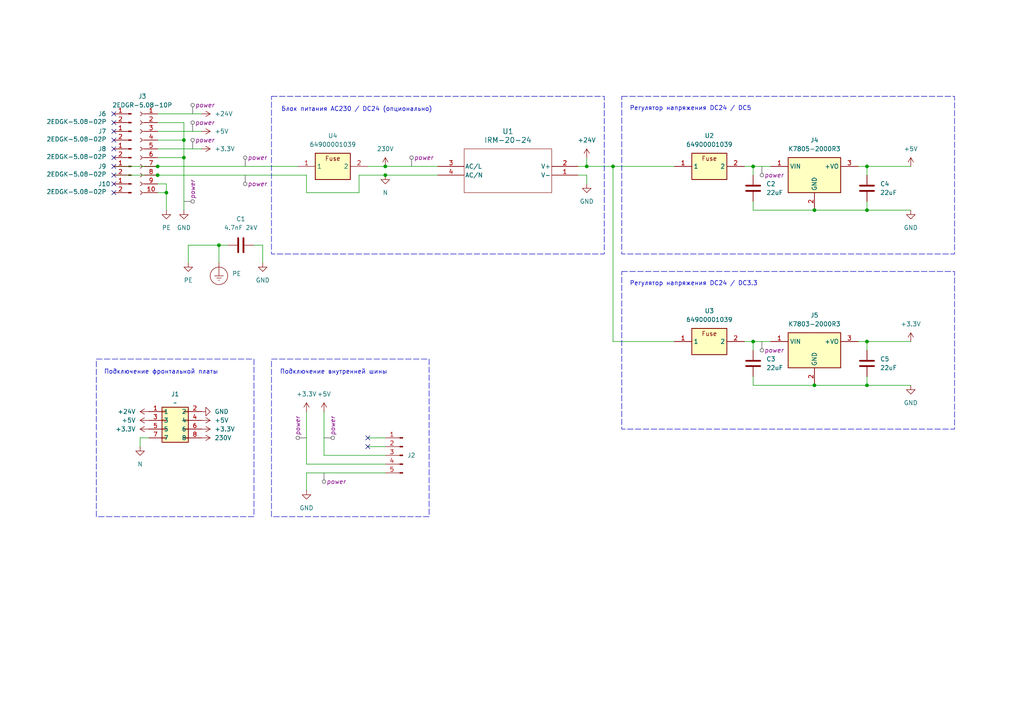
<source format=kicad_sch>
(kicad_sch (version 20231120) (generator "eeschema") (generator_version "8.0")
  (paper "A4")
  (title_block (title "${article} v${version}"))
  (lib_symbols
    (symbol "Mechanical:MountingHole" (pin_names (offset 1.016)) (exclude_from_sim yes) (in_bom no)
      (property "Reference" "H" (at 0 5.08 0))
      (property "Value" "MountingHole" (at 0 3.175 0))
      (symbol "MountingHole_0_1"
        (circle (center 0 0) (radius 1.27) (stroke (width 1.27)))
      )
    )
    (symbol "kicad_inventree_lib:C_22uF_50V_2220" (pin_numbers hide) (pin_names (offset 0.254))
      (property "Reference" "C" (at 0.635 2.54 0))
      (property "Value" "22uF" (at 0.635 -2.54 0))
      (symbol "C_22uF_50V_2220_0_1"
        (polyline (pts (xy -2.032 -0.762) (xy 2.032 -0.762)) (stroke (width 0.508)))
        (polyline (pts (xy -2.032 0.762) (xy 2.032 0.762)) (stroke (width 0.508)))
      )
      (symbol "C_22uF_50V_2220_1_1"
        (pin passive line (at 0 3.81 270) (length 2.794) (name "~") (number "1"))
        (pin passive line (at 0 -3.81 90) (length 2.794) (name "~") (number "2"))
      )
    )
    (symbol "kicad_inventree_lib:C_4.7nF_2kV_1812" (pin_numbers hide) (pin_names (offset 0.254))
      (property "Reference" "C" (at 0.635 2.54 0))
      (property "Value" "4.7nF 2kV" (at 0.635 -2.54 0))
      (symbol "C_4.7nF_2kV_1812_0_1"
        (polyline (pts (xy -2.032 -0.762) (xy 2.032 -0.762)) (stroke (width 0.508)))
        (polyline (pts (xy -2.032 0.762) (xy 2.032 0.762)) (stroke (width 0.508)))
      )
      (symbol "C_4.7nF_2kV_1812_1_1"
        (pin passive line (at 0 3.81 270) (length 2.794) (name "~") (number "1"))
        (pin passive line (at 0 -3.81 90) (length 2.794) (name "~") (number "2"))
      )
    )
    (symbol "kicad_inventree_lib:Degson_2EDGK-5.08-02P" (pin_names (offset 1.016) hide) (on_board no)
      (property "Reference" "J" (at 0 2.54 0))
      (property "Value" "2EDGK-5.08-02P" (at 0 -5.08 0))
      (symbol "Degson_2EDGK-5.08-02P_1_1"
        (rectangle (start -4.2164 -2.413) (end -5.08 -2.667) (stroke (width 0.1524)) (fill (type outline)))
        (rectangle (start -4.2164 0.127) (end -5.08 -0.127) (stroke (width 0.1524)) (fill (type outline)))
        (polyline (pts (xy -3.81 -2.54) (xy -4.2164 -2.54)) (stroke (width 0.1524)))
        (polyline (pts (xy -3.81 0) (xy -4.2164 0)) (stroke (width 0.1524)))
        (pin passive line (at 0 0 180) (length 3.81) (name "Pin_1") (number "1"))
        (pin passive line (at 0 -2.54 180) (length 3.81) (name "Pin_2") (number "2"))
      )
    )
    (symbol "kicad_inventree_lib:Degson_2EDGR-5.08-10P" (pin_names (offset 1.016) hide)
      (property "Reference" "J" (at 0 2.54 0))
      (property "Value" "2EDGR-5.08-10P" (at -2.794 -26.162 0))
      (symbol "Degson_2EDGR-5.08-10P_1_1"
        (arc (start 0 -22.352) (mid -0.5058 -22.86) (end 0 -23.368) (stroke (width 0.1524)))
        (arc (start 0 -19.812) (mid -0.5058 -20.32) (end 0 -20.828) (stroke (width 0.1524)))
        (arc (start 0 -17.272) (mid -0.5058 -17.78) (end 0 -18.288) (stroke (width 0.1524)))
        (arc (start 0 -14.732) (mid -0.5058 -15.24) (end 0 -15.748) (stroke (width 0.1524)))
        (arc (start 0 -12.192) (mid -0.5058 -12.7) (end 0 -13.208) (stroke (width 0.1524)))
        (arc (start 0 -9.652) (mid -0.5058 -10.16) (end 0 -10.668) (stroke (width 0.1524)))
        (arc (start 0 -7.112) (mid -0.5058 -7.62) (end 0 -8.128) (stroke (width 0.1524)))
        (arc (start 0 -4.572) (mid -0.5058 -5.08) (end 0 -5.588) (stroke (width 0.1524)))
        (arc (start 0 -2.032) (mid -0.5058 -2.54) (end 0 -3.048) (stroke (width 0.1524)))
        (polyline (pts (xy -1.27 -22.86) (xy -0.508 -22.86)) (stroke (width 0.1524)))
        (polyline (pts (xy -1.27 -20.32) (xy -0.508 -20.32)) (stroke (width 0.1524)))
        (polyline (pts (xy -1.27 -17.78) (xy -0.508 -17.78)) (stroke (width 0.1524)))
        (polyline (pts (xy -1.27 -15.24) (xy -0.508 -15.24)) (stroke (width 0.1524)))
        (polyline (pts (xy -1.27 -12.7) (xy -0.508 -12.7)) (stroke (width 0.1524)))
        (polyline (pts (xy -1.27 -10.16) (xy -0.508 -10.16)) (stroke (width 0.1524)))
        (polyline (pts (xy -1.27 -7.62) (xy -0.508 -7.62)) (stroke (width 0.1524)))
        (polyline (pts (xy -1.27 -5.08) (xy -0.508 -5.08)) (stroke (width 0.1524)))
        (polyline (pts (xy -1.27 -2.54) (xy -0.508 -2.54)) (stroke (width 0.1524)))
        (polyline (pts (xy -1.27 0) (xy -0.508 0)) (stroke (width 0.1524)))
        (arc (start 0 0.508) (mid -0.5058 0) (end 0 -0.508) (stroke (width 0.1524)))
        (pin passive line (at -5.08 0 0) (length 3.81) (name "Pin_1") (number "1"))
        (pin passive line (at -5.08 -22.86 0) (length 3.81) (name "Pin_10") (number "10"))
        (pin passive line (at -5.08 -2.54 0) (length 3.81) (name "Pin_2") (number "2"))
        (pin passive line (at -5.08 -5.08 0) (length 3.81) (name "Pin_3") (number "3"))
        (pin passive line (at -5.08 -7.62 0) (length 3.81) (name "Pin_4") (number "4"))
        (pin passive line (at -5.08 -10.16 0) (length 3.81) (name "Pin_5") (number "5"))
        (pin passive line (at -5.08 -12.7 0) (length 3.81) (name "Pin_6") (number "6"))
        (pin passive line (at -5.08 -15.24 0) (length 3.81) (name "Pin_7") (number "7"))
        (pin passive line (at -5.08 -17.78 0) (length 3.81) (name "Pin_8") (number "8"))
        (pin passive line (at -5.08 -20.32 0) (length 3.81) (name "Pin_9") (number "9"))
      )
    )
    (symbol "kicad_inventree_lib:Fuseholder"
      (property "Reference" "U" (at -0.762 5.588 0))
      (property "Value" "64900001039" (at -6.35 3.302 0))
      (symbol "Fuseholder_1_1"
        (rectangle (start -5.08 0) (end 5.08 -7.62) (stroke (width 0.254)) (fill (type background)))
        (text "Fuse" (at 0 -1.524 0) (effects (font (size 1.27 1.27))))
        (pin passive line (at -10.16 -3.81 0) (length 5.08) (name "1") (number "1"))
        (pin passive line (at 10.16 -3.81 180) (length 5.08) (name "2") (number "2"))
      )
    )
    (symbol "kicad_inventree_lib:IRM-20-24" (pin_names (offset 0.254))
      (property "Reference" "U" (at 0 5.08 0))
      (property "Value" "IRM-20-24" (at 0 2.54 0))
      (symbol "IRM-20-24_0_1"
        (polyline (pts (xy -12.7 -12.7) (xy 12.7 -12.7)) (stroke (width 0.127)))
        (polyline (pts (xy -12.7 0) (xy -12.7 -12.7)) (stroke (width 0.127)))
        (polyline (pts (xy 12.7 -12.7) (xy 12.7 0)) (stroke (width 0.127)))
        (polyline (pts (xy 12.7 0) (xy -12.7 0)) (stroke (width 0.127)))
        (pin power_in line (at 20.32 -7.62 180) (length 7.62) (name "V-") (number "1"))
        (pin power_in line (at 20.32 -5.08 180) (length 7.62) (name "V+") (number "2"))
        (pin unspecified line (at -20.32 -5.08 0) (length 7.62) (name "AC/L") (number "3"))
        (pin unspecified line (at -20.32 -7.62 0) (length 7.62) (name "AC/N") (number "4"))
      )
    )
    (symbol "kicad_inventree_lib:K7803-2000R3"
      (property "Reference" "J" (at -0.762 6.35 0))
      (property "Value" "K7803-2000R3" (at -7.112 3.556 0))
      (symbol "K7803-2000R3_1_1"
        (rectangle (start -7.62 0) (end 7.62 -10.16) (stroke (width 0.254)) (fill (type background)))
        (pin passive line (at -12.7 -2.54 0) (length 5.08) (name "VIN") (number "1"))
        (pin passive line (at 0 -15.24 90) (length 5.08) (name "GND") (number "2"))
        (pin passive line (at 12.7 -2.54 180) (length 5.08) (name "+VO") (number "3"))
      )
    )
    (symbol "kicad_inventree_lib:K7805-2000R3"
      (property "Reference" "J" (at -0.762 6.35 0))
      (property "Value" "K7805-2000R3" (at -7.112 3.556 0))
      (symbol "K7805-2000R3_1_1"
        (rectangle (start -7.62 0) (end 7.62 -10.16) (stroke (width 0.254)) (fill (type background)))
        (pin passive line (at -12.7 -2.54 0) (length 5.08) (name "VIN") (number "1"))
        (pin passive line (at 0 -15.24 90) (length 5.08) (name "GND") (number "2"))
        (pin passive line (at 12.7 -2.54 180) (length 5.08) (name "+VO") (number "3"))
      )
    )
    (symbol "kicad_inventree_lib:PE" (pin_numbers hide) (pin_names (offset 0) hide) (in_bom no)
      (property "Value" "PE" (at 0 -7.62 0))
      (symbol "PE_0_1"
        (circle (center 0 -3.81) (radius 2.54))
        (polyline (pts (xy -0.635 -4.445) (xy 0.635 -4.445)))
        (polyline (pts (xy -0.127 -5.08) (xy 0.127 -5.08)))
        (polyline (pts (xy 0 -3.81) (xy 0 0)))
        (polyline (pts (xy 1.27 -3.81) (xy -1.27 -3.81)))
      )
      (symbol "PE_1_1"
        (pin power_in line (at 0 0 270) (length 0) (name "~") (number "1"))
      )
    )
    (symbol "kicad_inventree_lib:PM-front-02x04" (in_bom no)
      (property "Reference" "J" (at 0 3.81 0))
      (symbol "PM-front-02x04_1_1"
        (rectangle (start -3.81 -8.763) (end -2.54 -9.017) (stroke (width 0.1524)))
        (rectangle (start -3.81 -6.223) (end -2.54 -6.477) (stroke (width 0.1524)))
        (rectangle (start -3.81 -3.683) (end -2.54 -3.937) (stroke (width 0.1524)))
        (rectangle (start -3.81 -1.143) (end -2.54 -1.397) (stroke (width 0.1524)))
        (rectangle (start -3.81 0) (end 3.81 -10.16) (stroke (width 0.254)) (fill (type background)))
        (rectangle (start 3.81 -8.763) (end 2.54 -9.017) (stroke (width 0.1524)))
        (rectangle (start 3.81 -6.223) (end 2.54 -6.477) (stroke (width 0.1524)))
        (rectangle (start 3.81 -3.683) (end 2.54 -3.937) (stroke (width 0.1524)))
        (rectangle (start 3.81 -1.143) (end 2.54 -1.397) (stroke (width 0.1524)))
        (pin passive line (at -7.62 -1.27 0) (length 3.81) (name "1") (number "1"))
        (pin passive line (at 7.62 -1.27 180) (length 3.81) (name "2") (number "2"))
        (pin passive line (at -7.62 -3.81 0) (length 3.81) (name "3") (number "3"))
        (pin passive line (at 7.62 -3.81 180) (length 3.81) (name "4") (number "4"))
        (pin passive line (at -7.62 -6.35 0) (length 3.81) (name "5") (number "5"))
        (pin passive line (at 7.62 -6.35 180) (length 3.81) (name "6") (number "6"))
        (pin passive line (at -7.62 -8.89 0) (length 3.81) (name "7") (number "7"))
        (pin passive line (at 7.62 -8.89 180) (length 3.81) (name "8") (number "8"))
      )
    )
    (symbol "kicad_inventree_lib:PinHeader_01x05_P2.54_THT_angle" (pin_names (offset 1.016) hide)
      (property "Reference" "J" (at 0 7.62 0))
      (property "Value" "PinHeader_01x05_P2.54_THT_angle" (at 0 -7.62 0))
      (symbol "PinHeader_01x05_P2.54_THT_angle_1_1"
        (polyline (pts (xy 1.27 -5.08) (xy 0.8636 -5.08)) (stroke (width 0.1524)))
        (polyline (pts (xy 1.27 -2.54) (xy 0.8636 -2.54)) (stroke (width 0.1524)))
        (polyline (pts (xy 1.27 0) (xy 0.8636 0)) (stroke (width 0.1524)))
        (polyline (pts (xy 1.27 2.54) (xy 0.8636 2.54)) (stroke (width 0.1524)))
        (polyline (pts (xy 1.27 5.08) (xy 0.8636 5.08)) (stroke (width 0.1524)))
        (rectangle (start 0.8636 -4.953) (end 0 -5.207) (stroke (width 0.1524)) (fill (type outline)))
        (rectangle (start 0.8636 -2.413) (end 0 -2.667) (stroke (width 0.1524)) (fill (type outline)))
        (rectangle (start 0.8636 0.127) (end 0 -0.127) (stroke (width 0.1524)) (fill (type outline)))
        (rectangle (start 0.8636 2.667) (end 0 2.413) (stroke (width 0.1524)) (fill (type outline)))
        (rectangle (start 0.8636 5.207) (end 0 4.953) (stroke (width 0.1524)) (fill (type outline)))
        (pin passive line (at 5.08 5.08 180) (length 3.81) (name "Pin_1") (number "1"))
        (pin passive line (at 5.08 2.54 180) (length 3.81) (name "Pin_2") (number "2"))
        (pin passive line (at 5.08 0 180) (length 3.81) (name "Pin_3") (number "3"))
        (pin passive line (at 5.08 -2.54 180) (length 3.81) (name "Pin_4") (number "4"))
        (pin passive line (at 5.08 -5.08 180) (length 3.81) (name "Pin_5") (number "5"))
      )
    )
    (symbol "power:+24V" (power) (pin_numbers hide) (pin_names (offset 0) hide)
      (property "Value" "+24V" (at 0 3.556 0))
      (symbol "+24V_0_1"
        (polyline (pts (xy -0.762 1.27) (xy 0 2.54)))
        (polyline (pts (xy 0 0) (xy 0 2.54)))
        (polyline (pts (xy 0 2.54) (xy 0.762 1.27)))
      )
      (symbol "+24V_1_1"
        (pin power_in line (at 0 0 90) (length 0) (name "~") (number "1"))
      )
    )
    (symbol "power:+3.3V" (power) (pin_numbers hide) (pin_names (offset 0) hide)
      (property "Value" "+3.3V" (at 0 3.556 0))
      (symbol "+3.3V_0_1"
        (polyline (pts (xy -0.762 1.27) (xy 0 2.54)))
        (polyline (pts (xy 0 0) (xy 0 2.54)))
        (polyline (pts (xy 0 2.54) (xy 0.762 1.27)))
      )
      (symbol "+3.3V_1_1"
        (pin power_in line (at 0 0 90) (length 0) (name "~") (number "1"))
      )
    )
    (symbol "power:+5V" (power) (pin_numbers hide) (pin_names (offset 0) hide)
      (property "Value" "+5V" (at 0 3.556 0))
      (symbol "+5V_0_1"
        (polyline (pts (xy -0.762 1.27) (xy 0 2.54)))
        (polyline (pts (xy 0 0) (xy 0 2.54)))
        (polyline (pts (xy 0 2.54) (xy 0.762 1.27)))
      )
      (symbol "+5V_1_1"
        (pin power_in line (at 0 0 90) (length 0) (name "~") (number "1"))
      )
    )
    (symbol "power:GND" (power) (pin_numbers hide) (pin_names (offset 0) hide)
      (property "Value" "GND" (at 0 -3.81 0))
      (symbol "GND_0_1"
        (polyline (pts (xy 0 0) (xy 0 -1.27) (xy 1.27 -1.27) (xy 0 -2.54) (xy -1.27 -1.27) (xy 0 -1.27)))
      )
      (symbol "GND_1_1"
        (pin power_in line (at 0 0 270) (length 0) (name "~") (number "1"))
      )
    )
  )
  (junction (at 218.44 48.26))
  (junction (at 170.18 48.26))
  (junction (at 53.34 45.72))
  (junction (at 236.22 60.96))
  (junction (at 53.34 40.64))
  (junction (at 45.72 50.8))
  (junction (at 236.22 111.76))
  (junction (at 111.76 48.26))
  (junction (at 218.44 99.06))
  (junction (at 251.46 99.06))
  (junction (at 251.46 111.76))
  (junction (at 48.26 55.88))
  (junction (at 63.5 71.12))
  (junction (at 251.46 60.96))
  (junction (at 177.8 48.26))
  (junction (at 45.72 48.26))
  (junction (at 251.46 48.26))
  (junction (at 111.76 50.8))
  (no_connect (at 106.68 129.54))
  (no_connect (at 33.02 53.34))
  (no_connect (at 33.02 40.64))
  (no_connect (at 106.68 127))
  (no_connect (at 33.02 33.02))
  (no_connect (at 33.02 45.72))
  (no_connect (at 33.02 50.8))
  (no_connect (at 33.02 43.18))
  (no_connect (at 33.02 35.56))
  (no_connect (at 33.02 38.1))
  (no_connect (at 33.02 55.88))
  (no_connect (at 33.02 48.26))
  (wire (pts (xy 48.26 53.34) (xy 45.72 53.34)))
  (wire (pts (xy 53.34 40.64) (xy 53.34 35.56)))
  (wire (pts (xy 218.44 111.76) (xy 218.44 109.22)))
  (wire (pts (xy 48.26 60.96) (xy 48.26 55.88)))
  (wire (pts (xy 215.9 48.26) (xy 218.44 48.26)))
  (wire (pts (xy 54.61 71.12) (xy 63.5 71.12)))
  (wire (pts (xy 251.46 58.42) (xy 251.46 60.96)))
  (wire (pts (xy 104.14 50.8) (xy 111.76 50.8)))
  (wire (pts (xy 195.58 99.06) (xy 177.8 99.06)))
  (wire (pts (xy 88.9 137.16) (xy 88.9 142.24)))
  (wire (pts (xy 88.9 50.8) (xy 88.9 55.88)))
  (wire (pts (xy 88.9 134.62) (xy 111.76 134.62)))
  (wire (pts (xy 63.5 71.12) (xy 63.5 76.2)))
  (wire (pts (xy 248.92 99.06) (xy 251.46 99.06)))
  (wire (pts (xy 53.34 35.56) (xy 45.72 35.56)))
  (wire (pts (xy 218.44 60.96) (xy 236.22 60.96)))
  (wire (pts (xy 170.18 48.26) (xy 177.8 48.26)))
  (wire (pts (xy 104.14 50.8) (xy 104.14 55.88)))
  (wire (pts (xy 45.72 43.18) (xy 58.42 43.18)))
  (wire (pts (xy 167.64 48.26) (xy 170.18 48.26)))
  (wire (pts (xy 106.68 48.26) (xy 111.76 48.26)))
  (wire (pts (xy 48.26 55.88) (xy 48.26 53.34)))
  (wire (pts (xy 218.44 48.26) (xy 223.52 48.26)))
  (wire (pts (xy 45.72 38.1) (xy 58.42 38.1)))
  (wire (pts (xy 111.76 48.26) (xy 127 48.26)))
  (wire (pts (xy 93.98 132.08) (xy 111.76 132.08)))
  (wire (pts (xy 251.46 48.26) (xy 251.46 50.8)))
  (wire (pts (xy 236.22 60.96) (xy 251.46 60.96)))
  (wire (pts (xy 251.46 111.76) (xy 264.16 111.76)))
  (wire (pts (xy 106.68 127) (xy 111.76 127)))
  (wire (pts (xy 88.9 137.16) (xy 111.76 137.16)))
  (wire (pts (xy 251.46 99.06) (xy 264.16 99.06)))
  (wire (pts (xy 111.76 50.8) (xy 127 50.8)))
  (wire (pts (xy 170.18 50.8) (xy 170.18 53.34)))
  (wire (pts (xy 251.46 109.22) (xy 251.46 111.76)))
  (wire (pts (xy 177.8 48.26) (xy 177.8 99.06)))
  (wire (pts (xy 251.46 99.06) (xy 251.46 101.6)))
  (wire (pts (xy 45.72 40.64) (xy 53.34 40.64)))
  (wire (pts (xy 215.9 99.06) (xy 218.44 99.06)))
  (wire (pts (xy 88.9 55.88) (xy 104.14 55.88)))
  (wire (pts (xy 93.98 119.38) (xy 93.98 132.08)))
  (wire (pts (xy 218.44 48.26) (xy 218.44 50.8)))
  (wire (pts (xy 236.22 111.76) (xy 251.46 111.76)))
  (wire (pts (xy 45.72 48.26) (xy 86.36 48.26)))
  (wire (pts (xy 45.72 55.88) (xy 48.26 55.88)))
  (wire (pts (xy 76.2 71.12) (xy 76.2 76.2)))
  (wire (pts (xy 54.61 76.2) (xy 54.61 71.12)))
  (wire (pts (xy 106.68 129.54) (xy 111.76 129.54)))
  (wire (pts (xy 33.02 48.26) (xy 45.72 48.26)))
  (wire (pts (xy 248.92 48.26) (xy 251.46 48.26)))
  (wire (pts (xy 170.18 48.26) (xy 170.18 45.72)))
  (wire (pts (xy 40.64 129.54) (xy 40.64 127)))
  (wire (pts (xy 53.34 45.72) (xy 53.34 60.96)))
  (wire (pts (xy 251.46 48.26) (xy 264.16 48.26)))
  (wire (pts (xy 33.02 50.8) (xy 45.72 50.8)))
  (wire (pts (xy 218.44 99.06) (xy 218.44 101.6)))
  (wire (pts (xy 218.44 111.76) (xy 236.22 111.76)))
  (wire (pts (xy 73.66 71.12) (xy 76.2 71.12)))
  (wire (pts (xy 177.8 48.26) (xy 195.58 48.26)))
  (wire (pts (xy 40.64 127) (xy 43.18 127)))
  (wire (pts (xy 66.04 71.12) (xy 63.5 71.12)))
  (wire (pts (xy 45.72 33.02) (xy 58.42 33.02)))
  (wire (pts (xy 45.72 50.8) (xy 88.9 50.8)))
  (wire (pts (xy 218.44 99.06) (xy 223.52 99.06)))
  (wire (pts (xy 53.34 45.72) (xy 53.34 40.64)))
  (wire (pts (xy 45.72 45.72) (xy 53.34 45.72)))
  (wire (pts (xy 167.64 50.8) (xy 170.18 50.8)))
  (wire (pts (xy 251.46 60.96) (xy 264.16 60.96)))
  (wire (pts (xy 218.44 60.96) (xy 218.44 58.42)))
  (wire (pts (xy 88.9 119.38) (xy 88.9 134.62)))
  (rectangle (start 27.94 104.14) (end 73.66 149.86) (stroke (width 0) (type dash)))
  (rectangle (start 180.34 27.94) (end 276.86 73.66) (stroke (width 0) (type dash)))
  (rectangle (start 78.74 104.14) (end 124.46 149.86) (stroke (width 0) (type dash)))
  (rectangle (start 78.74 27.94) (end 175.26 73.66) (stroke (width 0) (type dash)))
  (rectangle (start 180.34 78.74) (end 276.86 124.46) (stroke (width 0) (type dash)))
  (text "Регулятор напряжения DC24 / DC3.3" (at 182.626 82.296 0) (effects (font (size 1.27 1.27)) (justify left)))
  (text "Блок питания AC230 / DC24 (опционально)" (at 81.534 31.75 0) (effects (font (size 1.27 1.27)) (justify left)))
  (text "Подключение фронтальной платы" (at 46.736 107.95 0) (effects (font (size 1.27 1.27))))
  (text "Подключение внутренней шины" (at 96.774 107.95 0) (effects (font (size 1.27 1.27))))
  (text "Регулятор напряжения DC24 / DC5" (at 182.626 31.496 0) (effects (font (size 1.27 1.27)) (justify left)))
  (netclass_flag "" (length 2.54) (shape round) (at 55.88 38.1 0) (property "Netclass" "power" (at 56.5785 35.56 0) (effects (font (italic yes)) (justify left))))
  (netclass_flag "" (length 2.54) (shape round) (at 88.9 127 90) (property "Netclass" "power" (at 86.36 126.3015 90) (effects (font (italic yes)) (justify left))))
  (netclass_flag "" (length 2.54) (shape round) (at 93.98 137.16 180) (property "Netclass" "power" (at 94.6785 139.7 0) (effects (font (italic yes)) (justify left))))
  (netclass_flag "" (length 2.54) (shape round) (at 55.88 43.18 0) (property "Netclass" "power" (at 56.5785 40.64 0) (effects (font (italic yes)) (justify left))))
  (netclass_flag "" (length 2.54) (shape round) (at 55.88 33.02 0) (property "Netclass" "power" (at 56.5785 30.48 0) (effects (font (italic yes)) (justify left))))
  (netclass_flag "" (length 2.54) (shape round) (at 53.34 58.42 270) (property "Netclass" "power" (at 55.88 57.7215 90) (effects (font (italic yes)) (justify left))))
  (netclass_flag "" (length 2.54) (shape round) (at 220.98 48.26 180) (property "Netclass" "power" (at 221.6785 50.8 0) (effects (font (italic yes)) (justify left))))
  (netclass_flag "" (length 2.54) (shape round) (at 119.38 48.26 0) (property "Netclass" "power" (at 120.0785 45.72 0) (effects (font (italic yes)) (justify left))))
  (netclass_flag "" (length 2.54) (shape round) (at 220.98 99.06 180) (property "Netclass" "power" (at 221.6785 101.6 0) (effects (font (italic yes)) (justify left))))
  (netclass_flag "" (length 2.54) (shape round) (at 93.98 127 270) (property "Netclass" "power" (at 96.52 126.3015 90) (effects (font (italic yes)) (justify left))))
  (netclass_flag "" (length 2.54) (shape round) (at 71.12 50.8 180) (property "Netclass" "power" (at 71.8185 53.34 0) (effects (font (italic yes)) (justify left))))
  (netclass_flag "" (length 2.54) (shape round) (at 71.12 48.26 0) (property "Netclass" "power" (at 71.8185 45.72 0) (effects (font (italic yes)) (justify left))))
  (symbol (lib_id "kicad_inventree_lib:C_22uF_50V_2220") (at 251.46 54.61 0) (unit 1)
    (property "Reference" "C4" (at 255.27 53.3399 0) (effects (justify left)))
    (property "Value" "22uF" (at 255.27 55.8799 0) (effects (justify left)))
    (property "Footprint" "kicad_inventree_lib:C_2220_5750Metric_Pad1.97x5.40mm_HandSolder" (effects (hide yes)))
    (property "Datasheet" "http://inventree.network/part/99/" (effects (hide yes)))
    (property "Description" "Unpolarized capacitor" (effects (hide yes)))
    (property "part_ipn" "C_22uF_50V_2220" (effects (hide yes)))
  )
  (symbol (lib_id "power:+24V") (at 58.42 33.02 270) (unit 1)
    (property "Reference" "#PWR09" (effects (hide yes)))
    (property "Value" "+24V" (at 62.23 33.0199 90) (effects (justify left)))
    (property "Description" "Power symbol creates a global label with name \"+24V\"" (effects (hide yes)))
  )
  (symbol (lib_id "kicad_inventree_lib:PE") (at 63.5 76.2 0) (unit 1) (in_bom no)
    (property "Reference" "PE1" (effects (hide yes)))
    (property "Value" "PE" (at 67.31 79.3749 0) (effects (justify left)))
    (property "Footprint" "kicad_inventree_lib:PE" (effects (hide yes)))
    (property "Description" "Power symbol creates a global label with name \"Earth_Protective\"" (effects (hide yes)))
  )
  (symbol (lib_id "Mechanical:MountingHole") (at 279.4 254 0) (unit 1) (exclude_from_sim yes) (in_bom no)
    (property "Reference" "H1" (at 281.94 252.7299 0) (effects (justify left)))
    (property "Value" "MountingHole" (at 281.94 255.2699 0) (effects (justify left)))
    (property "Footprint" "MountingHole:MountingHole_3.2mm_M3" (effects (hide yes)))
    (property "Description" "Mounting Hole without connection" (effects (hide yes)))
  )
  (symbol (lib_id "power:+5V") (at 58.42 127 270) (unit 1)
    (property "Reference" "#PWR017" (effects (hide yes)))
    (property "Value" "230V" (at 62.23 126.9999 90) (effects (justify left)))
    (property "Description" "Power symbol creates a global label with name \"+5V\"" (effects (hide yes)))
  )
  (symbol (lib_id "kicad_inventree_lib:PM-front-02x04") (at 50.8 118.11 0) (unit 1) (in_bom no)
    (property "Reference" "J1" (at 50.8 114.3 0))
    (property "Value" "~" (at 50.8 116.84 0))
    (property "Footprint" "kicad_inventree_lib:PM-front-02x04" (effects (hide yes)))
  )
  (symbol (lib_id "power:+24V") (at 170.18 45.72 0) (unit 1)
    (property "Reference" "#PWR06" (effects (hide yes)))
    (property "Value" "+24V" (at 170.18 40.64 0))
    (property "Description" "Power symbol creates a global label with name \"+24V\"" (effects (hide yes)))
  )
  (symbol (lib_id "power:+5V") (at 43.18 121.92 90) (unit 1)
    (property "Reference" "#PWR025" (effects (hide yes)))
    (property "Value" "+5V" (at 39.37 121.9199 90) (effects (justify left)))
    (property "Description" "Power symbol creates a global label with name \"+5V\"" (effects (hide yes)))
  )
  (symbol (lib_id "power:GND") (at 111.76 50.8 0) (unit 1)
    (property "Reference" "#PWR04" (effects (hide yes)))
    (property "Value" "N" (at 111.76 55.88 0))
    (property "Description" "Power symbol creates a global label with name \"GND\" , ground" (effects (hide yes)))
  )
  (symbol (lib_id "kicad_inventree_lib:C_22uF_50V_2220") (at 218.44 54.61 0) (unit 1)
    (property "Reference" "C2" (at 222.25 53.3399 0) (effects (justify left)))
    (property "Value" "22uF" (at 222.25 55.8799 0) (effects (justify left)))
    (property "Footprint" "kicad_inventree_lib:C_2220_5750Metric_Pad1.97x5.40mm_HandSolder" (effects (hide yes)))
    (property "Datasheet" "http://inventree.network/part/99/" (effects (hide yes)))
    (property "Description" "Unpolarized capacitor" (effects (hide yes)))
    (property "part_ipn" "C_22uF_50V_2220" (effects (hide yes)))
  )
  (symbol (lib_id "kicad_inventree_lib:Fuseholder") (at 205.74 95.25 0) (unit 1)
    (property "Reference" "U3" (at 205.74 90.17 0))
    (property "Value" "64900001039" (at 205.74 92.71 0))
    (property "Footprint" "NextPCB:Fuseholder" (effects (hide yes)))
    (property "Datasheet" "http://inventree.network/part/23/" (effects (hide yes)))
    (property "Description" "5x20mm Fuseholder 6.3A 250V Littelfuse 6.3A PCB Mount Fuse Holder for 5 x 20mm Cartridge Fuse, 250 V" (effects (hide yes)))
    (property "Manufacturer_Name" "LITTELFUSE" (effects (hide yes)))
    (property "Manufacturer_Part_Number" "64900001039" (effects (hide yes)))
    (property "Mouser Part Number" "576-64900001039" (effects (hide yes)))
    (property "Mouser Price/Stock" "https://www.mouser.co.uk/ProductDetail/Littelfuse/64900001039?qs=hH%252BOa0VZEiArPloPoB86OA%3D%3D" (effects (hide yes)))
    (property "Arrow Part Number" "64900001039" (effects (hide yes)))
    (property "Arrow Price/Stock" "https://www.arrow.com/en/products/64900001039/littelfuse?region=nac" (effects (hide yes)))
    (property "NextPCB_url" "https://www.hqonline.com/product-detail/fuse-holders---clips---boxes-littelfuse-64900001039-1005256123" (effects (hide yes)))
    (property "NextPCB_price" "0.13489" (effects (hide yes)))
    (property "part_ipn" "64900001039" (effects (hide yes)))
  )
  (symbol (lib_id "power:+5V") (at 58.42 38.1 270) (unit 1)
    (property "Reference" "#PWR010" (effects (hide yes)))
    (property "Value" "+5V" (at 62.23 38.0999 90) (effects (justify left)))
    (property "Description" "Power symbol creates a global label with name \"+5V\"" (effects (hide yes)))
  )
  (symbol (lib_id "kicad_inventree_lib:Degson_2EDGR-5.08-10P") (at 40.64 33.02 0) (mirror y) (unit 1)
    (property "Reference" "J3" (at 41.275 27.94 0))
    (property "Value" "2EDGR-5.08-10P" (at 41.275 30.48 0))
    (property "Footprint" "kicad_inventree_lib:Degson_2EDGR-5.08-10P" (effects (hide yes)))
    (property "Datasheet" "http://inventree.network/part/144/" (effects (hide yes)))
    (property "Description" "01x10" (effects (hide yes)))
    (property "part_ipn" "2EDGR-5.08-10P" (effects (hide yes)))
  )
  (symbol (lib_id "power:+5V") (at 93.98 119.38 0) (unit 1)
    (property "Reference" "#PWR03" (effects (hide yes)))
    (property "Value" "+5V" (at 93.98 114.3 0))
    (property "Description" "Power symbol creates a global label with name \"+5V\"" (effects (hide yes)))
  )
  (symbol (lib_id "kicad_inventree_lib:K7805-2000R3") (at 236.22 45.72 0) (unit 1)
    (property "Reference" "J4" (at 236.22 40.64 0))
    (property "Value" "K7805-2000R3" (at 236.22 43.18 0))
    (property "Footprint" "kicad_inventree_lib:K7805-2000R3" (effects (hide yes)))
    (property "Datasheet" "http://inventree.network/part/98/" (effects (hide yes)))
    (property "Description" "K7805-2000R3" (effects (hide yes)))
    (property "Height" "18" (effects (hide yes)))
    (property "Manufacturer_Name" "RS Pro" (effects (hide yes)))
    (property "Manufacturer_Part_Number" "K7805-2000R3" (effects (hide yes)))
    (property "part_ipn" "K7805-2000R3" (effects (hide yes)))
  )
  (symbol (lib_id "kicad_inventree_lib:PinHeader_01x05_P2.54_THT_angle") (at 116.84 132.08 0) (mirror y) (unit 1)
    (property "Reference" "J2" (at 118.11 132.0799 0) (effects (justify right)))
    (property "Value" "PinHeader_01x05_P2.54_THT_angle" (effects (hide yes)))
    (property "Footprint" "Connector_PinHeader_2.54mm:PinHeader_1x05_P2.54mm_Horizontal" (effects (hide yes)))
    (property "Datasheet" "http://inventree.network/part/110/" (effects (hide yes)))
    (property "Description" "Generic connector, single row, 01x05, script generated" (effects (hide yes)))
    (property "part_ipn" "PinHeader_01x05_P2.54_THT_angle" (effects (hide yes)))
  )
  (symbol (lib_id "power:+5V") (at 264.16 99.06 0) (unit 1)
    (property "Reference" "#PWR023" (effects (hide yes)))
    (property "Value" "+3.3V" (at 264.16 93.98 0))
    (property "Description" "Power symbol creates a global label with name \"+5V\"" (effects (hide yes)))
  )
  (symbol (lib_id "kicad_inventree_lib:Fuseholder") (at 96.52 44.45 0) (unit 1)
    (property "Reference" "U4" (at 96.52 39.37 0))
    (property "Value" "64900001039" (at 96.52 41.91 0))
    (property "Footprint" "NextPCB:Fuseholder" (effects (hide yes)))
    (property "Datasheet" "http://inventree.network/part/23/" (effects (hide yes)))
    (property "Description" "5x20mm Fuseholder 6.3A 250V Littelfuse 6.3A PCB Mount Fuse Holder for 5 x 20mm Cartridge Fuse, 250 V" (effects (hide yes)))
    (property "Manufacturer_Name" "LITTELFUSE" (effects (hide yes)))
    (property "Manufacturer_Part_Number" "64900001039" (effects (hide yes)))
    (property "Mouser Part Number" "576-64900001039" (effects (hide yes)))
    (property "Mouser Price/Stock" "https://www.mouser.co.uk/ProductDetail/Littelfuse/64900001039?qs=hH%252BOa0VZEiArPloPoB86OA%3D%3D" (effects (hide yes)))
    (property "Arrow Part Number" "64900001039" (effects (hide yes)))
    (property "Arrow Price/Stock" "https://www.arrow.com/en/products/64900001039/littelfuse?region=nac" (effects (hide yes)))
    (property "NextPCB_url" "https://www.hqonline.com/product-detail/fuse-holders---clips---boxes-littelfuse-64900001039-1005256123" (effects (hide yes)))
    (property "NextPCB_price" "0.13489" (effects (hide yes)))
    (property "part_ipn" "64900001039" (effects (hide yes)))
    (property "optional" "1" (effects (hide yes)))
  )
  (symbol (lib_id "kicad_inventree_lib:Degson_2EDGK-5.08-02P") (at 33.02 43.18 0) (mirror y) (unit 1) (on_board no)
    (property "Reference" "J8" (at 28.448 43.18 0) (effects (justify right)))
    (property "Value" "2EDGK-5.08-02P" (at 13.462 45.466 0) (effects (justify right)))
    (property "Datasheet" "http://inventree.network/part/18/" (effects (hide yes)))
    (property "Description" "Generic connector, single row, 01x02, script generated" (effects (hide yes)))
    (property "NextPCB_url" "https://www.hqonline.com/product-detail/max-maixu--mx2edgk-5-08-02p-gn01-cu-y-a-1027943030" (effects (hide yes)))
    (property "NextPCB_price" "0.11828" (effects (hide yes)))
    (property "part_ipn" "2EDGK-5.08-02P" (effects (hide yes)))
  )
  (symbol (lib_id "kicad_inventree_lib:K7803-2000R3") (at 236.22 96.52 0) (unit 1)
    (property "Reference" "J5" (at 236.22 91.44 0))
    (property "Value" "K7803-2000R3" (at 236.22 93.98 0))
    (property "Footprint" "kicad_inventree_lib:K7805-2000R3" (effects (hide yes)))
    (property "Datasheet" "http://inventree.network/part/118/" (effects (hide yes)))
    (property "Description" "K7803-2000R3" (effects (hide yes)))
    (property "part_ipn" "K7803-2000R3" (effects (hide yes)))
  )
  (symbol (lib_id "kicad_inventree_lib:C_22uF_50V_2220") (at 251.46 105.41 0) (unit 1)
    (property "Reference" "C5" (at 255.27 104.1399 0) (effects (justify left)))
    (property "Value" "22uF" (at 255.27 106.6799 0) (effects (justify left)))
    (property "Footprint" "kicad_inventree_lib:C_2220_5750Metric_Pad1.97x5.40mm_HandSolder" (effects (hide yes)))
    (property "Datasheet" "http://inventree.network/part/99/" (effects (hide yes)))
    (property "Description" "Unpolarized capacitor" (effects (hide yes)))
    (property "part_ipn" "C_22uF_50V_2220" (effects (hide yes)))
  )
  (symbol (lib_id "power:GND") (at 48.26 60.96 0) (unit 1)
    (property "Reference" "#PWR012" (effects (hide yes)))
    (property "Value" "PE" (at 48.26 66.04 0))
    (property "Description" "Power symbol creates a global label with name \"GND\" , ground" (effects (hide yes)))
  )
  (symbol (lib_id "kicad_inventree_lib:Degson_2EDGK-5.08-02P") (at 33.02 53.34 0) (mirror y) (unit 1) (on_board no)
    (property "Reference" "J10" (at 28.448 53.34 0) (effects (justify right)))
    (property "Value" "2EDGK-5.08-02P" (at 13.462 55.626 0) (effects (justify right)))
    (property "Datasheet" "http://inventree.network/part/18/" (effects (hide yes)))
    (property "Description" "Generic connector, single row, 01x02, script generated" (effects (hide yes)))
    (property "NextPCB_url" "https://www.hqonline.com/product-detail/max-maixu--mx2edgk-5-08-02p-gn01-cu-y-a-1027943030" (effects (hide yes)))
    (property "NextPCB_price" "0.11828" (effects (hide yes)))
    (property "part_ipn" "2EDGK-5.08-02P" (effects (hide yes)))
  )
  (symbol (lib_id "power:+5V") (at 111.76 48.26 0) (unit 1)
    (property "Reference" "#PWR021" (effects (hide yes)))
    (property "Value" "230V" (at 111.76 43.18 0))
    (property "Description" "Power symbol creates a global label with name \"+5V\"" (effects (hide yes)))
  )
  (symbol (lib_id "power:+24V") (at 43.18 119.38 90) (unit 1)
    (property "Reference" "#PWR014" (effects (hide yes)))
    (property "Value" "+24V" (at 39.37 119.3799 90) (effects (justify left)))
    (property "Description" "Power symbol creates a global label with name \"+24V\"" (effects (hide yes)))
  )
  (symbol (lib_id "power:GND") (at 58.42 119.38 90) (unit 1)
    (property "Reference" "#PWR05" (effects (hide yes)))
    (property "Value" "GND" (at 62.23 119.3799 90) (effects (justify right)))
    (property "Description" "Power symbol creates a global label with name \"GND\" , ground" (effects (hide yes)))
  )
  (symbol (lib_id "power:GND") (at 53.34 60.96 0) (unit 1)
    (property "Reference" "#PWR08" (effects (hide yes)))
    (property "Value" "GND" (at 53.34 66.04 0))
    (property "Description" "Power symbol creates a global label with name \"GND\" , ground" (effects (hide yes)))
  )
  (symbol (lib_id "power:+5V") (at 264.16 48.26 0) (unit 1)
    (property "Reference" "#PWR019" (effects (hide yes)))
    (property "Value" "+5V" (at 264.16 43.18 0))
    (property "Description" "Power symbol creates a global label with name \"+5V\"" (effects (hide yes)))
  )
  (symbol (lib_id "Mechanical:MountingHole") (at 279.4 259.08 0) (unit 1) (exclude_from_sim yes) (in_bom no)
    (property "Reference" "H2" (at 281.94 257.8099 0) (effects (justify left)))
    (property "Value" "MountingHole" (at 281.94 260.3499 0) (effects (justify left)))
    (property "Footprint" "MountingHole:MountingHole_3.2mm_M3" (effects (hide yes)))
    (property "Description" "Mounting Hole without connection" (effects (hide yes)))
  )
  (symbol (lib_id "power:+5V") (at 88.9 119.38 0) (unit 1)
    (property "Reference" "#PWR01" (effects (hide yes)))
    (property "Value" "+3.3V" (at 88.9 114.3 0))
    (property "Description" "Power symbol creates a global label with name \"+5V\"" (effects (hide yes)))
  )
  (symbol (lib_id "kicad_inventree_lib:Degson_2EDGK-5.08-02P") (at 33.02 38.1 0) (mirror y) (unit 1) (on_board no)
    (property "Reference" "J7" (at 28.448 38.1 0) (effects (justify right)))
    (property "Value" "2EDGK-5.08-02P" (at 13.462 40.386 0) (effects (justify right)))
    (property "Datasheet" "http://inventree.network/part/18/" (effects (hide yes)))
    (property "Description" "Generic connector, single row, 01x02, script generated" (effects (hide yes)))
    (property "NextPCB_url" "https://www.hqonline.com/product-detail/max-maixu--mx2edgk-5-08-02p-gn01-cu-y-a-1027943030" (effects (hide yes)))
    (property "NextPCB_price" "0.11828" (effects (hide yes)))
    (property "part_ipn" "2EDGK-5.08-02P" (effects (hide yes)))
  )
  (symbol (lib_id "power:+3.3V") (at 58.42 43.18 270) (unit 1)
    (property "Reference" "#PWR011" (effects (hide yes)))
    (property "Value" "+3.3V" (at 62.23 43.1799 90) (effects (justify left)))
    (property "Description" "Power symbol creates a global label with name \"+3.3V\"" (effects (hide yes)))
  )
  (symbol (lib_id "power:GND") (at 170.18 53.34 0) (unit 1)
    (property "Reference" "#PWR07" (effects (hide yes)))
    (property "Value" "GND" (at 170.18 58.42 0))
    (property "Description" "Power symbol creates a global label with name \"GND\" , ground" (effects (hide yes)))
  )
  (symbol (lib_id "power:GND") (at 264.16 60.96 0) (unit 1)
    (property "Reference" "#PWR022" (effects (hide yes)))
    (property "Value" "GND" (at 264.16 66.04 0))
    (property "Description" "Power symbol creates a global label with name \"GND\" , ground" (effects (hide yes)))
  )
  (symbol (lib_id "power:GND") (at 264.16 111.76 0) (unit 1)
    (property "Reference" "#PWR024" (effects (hide yes)))
    (property "Value" "GND" (at 264.16 116.84 0))
    (property "Description" "Power symbol creates a global label with name \"GND\" , ground" (effects (hide yes)))
  )
  (symbol (lib_id "power:GND") (at 76.2 76.2 0) (unit 1)
    (property "Reference" "#PWR013" (effects (hide yes)))
    (property "Value" "GND" (at 76.2 81.28 0))
    (property "Description" "Power symbol creates a global label with name \"GND\" , ground" (effects (hide yes)))
  )
  (symbol (lib_id "kicad_inventree_lib:Degson_2EDGK-5.08-02P") (at 33.02 33.02 0) (mirror y) (unit 1) (on_board no)
    (property "Reference" "J6" (at 28.448 33.02 0) (effects (justify right)))
    (property "Value" "2EDGK-5.08-02P" (at 13.462 35.306 0) (effects (justify right)))
    (property "Datasheet" "http://inventree.network/part/18/" (effects (hide yes)))
    (property "Description" "Generic connector, single row, 01x02, script generated" (effects (hide yes)))
    (property "NextPCB_url" "https://www.hqonline.com/product-detail/max-maixu--mx2edgk-5-08-02p-gn01-cu-y-a-1027943030" (effects (hide yes)))
    (property "NextPCB_price" "0.11828" (effects (hide yes)))
    (property "part_ipn" "2EDGK-5.08-02P" (effects (hide yes)))
  )
  (symbol (lib_id "power:GND") (at 40.64 129.54 0) (unit 1)
    (property "Reference" "#PWR020" (effects (hide yes)))
    (property "Value" "N" (at 40.64 134.62 0))
    (property "Description" "Power symbol creates a global label with name \"GND\" , ground" (effects (hide yes)))
  )
  (symbol (lib_id "kicad_inventree_lib:C_22uF_50V_2220") (at 218.44 105.41 0) (unit 1)
    (property "Reference" "C3" (at 222.25 104.1399 0) (effects (justify left)))
    (property "Value" "22uF" (at 222.25 106.6799 0) (effects (justify left)))
    (property "Footprint" "kicad_inventree_lib:C_2220_5750Metric_Pad1.97x5.40mm_HandSolder" (effects (hide yes)))
    (property "Datasheet" "http://inventree.network/part/99/" (effects (hide yes)))
    (property "Description" "Unpolarized capacitor" (effects (hide yes)))
    (property "part_ipn" "C_22uF_50V_2220" (effects (hide yes)))
  )
  (symbol (lib_id "kicad_inventree_lib:Degson_2EDGK-5.08-02P") (at 33.02 48.26 0) (mirror y) (unit 1) (on_board no)
    (property "Reference" "J9" (at 28.448 48.26 0) (effects (justify right)))
    (property "Value" "2EDGK-5.08-02P" (at 13.462 50.546 0) (effects (justify right)))
    (property "Datasheet" "http://inventree.network/part/18/" (effects (hide yes)))
    (property "Description" "Generic connector, single row, 01x02, script generated" (effects (hide yes)))
    (property "NextPCB_url" "https://www.hqonline.com/product-detail/max-maixu--mx2edgk-5-08-02p-gn01-cu-y-a-1027943030" (effects (hide yes)))
    (property "NextPCB_price" "0.11828" (effects (hide yes)))
    (property "part_ipn" "2EDGK-5.08-02P" (effects (hide yes)))
  )
  (symbol (lib_id "kicad_inventree_lib:Fuseholder") (at 205.74 44.45 0) (unit 1)
    (property "Reference" "U2" (at 205.74 39.37 0))
    (property "Value" "64900001039" (at 205.74 41.91 0))
    (property "Footprint" "NextPCB:Fuseholder" (effects (hide yes)))
    (property "Datasheet" "http://inventree.network/part/23/" (effects (hide yes)))
    (property "Description" "5x20mm Fuseholder 6.3A 250V Littelfuse 6.3A PCB Mount Fuse Holder for 5 x 20mm Cartridge Fuse, 250 V" (effects (hide yes)))
    (property "Manufacturer_Name" "LITTELFUSE" (effects (hide yes)))
    (property "Manufacturer_Part_Number" "64900001039" (effects (hide yes)))
    (property "Mouser Part Number" "576-64900001039" (effects (hide yes)))
    (property "Mouser Price/Stock" "https://www.mouser.co.uk/ProductDetail/Littelfuse/64900001039?qs=hH%252BOa0VZEiArPloPoB86OA%3D%3D" (effects (hide yes)))
    (property "Arrow Part Number" "64900001039" (effects (hide yes)))
    (property "Arrow Price/Stock" "https://www.arrow.com/en/products/64900001039/littelfuse?region=nac" (effects (hide yes)))
    (property "NextPCB_url" "https://www.hqonline.com/product-detail/fuse-holders---clips---boxes-littelfuse-64900001039-1005256123" (effects (hide yes)))
    (property "NextPCB_price" "0.13489" (effects (hide yes)))
    (property "part_ipn" "64900001039" (effects (hide yes)))
  )
  (symbol (lib_id "kicad_inventree_lib:IRM-20-24") (at 147.32 43.18 0) (unit 1)
    (property "Reference" "U1" (at 147.32 38.1 0) (effects (font (size 1.524 1.524))))
    (property "Value" "IRM-20-24" (at 147.32 40.64 0) (effects (font (size 1.524 1.524))))
    (property "Footprint" "kicad_inventree_lib:IRM-20-24_MWU" (effects (hide yes)))
    (property "Datasheet" "http://inventree.network/part/143/" (effects (hide yes)))
    (property "part_ipn" "IRM-20-24" (effects (hide yes)))
    (property "optional" "1" (effects (hide yes)))
  )
  (symbol (lib_id "power:GND") (at 88.9 142.24 0) (unit 1)
    (property "Reference" "#PWR02" (effects (hide yes)))
    (property "Value" "GND" (at 88.9 147.32 0))
    (property "Description" "Power symbol creates a global label with name \"GND\" , ground" (effects (hide yes)))
  )
  (symbol (lib_id "power:+3.3V") (at 58.42 124.46 270) (unit 1)
    (property "Reference" "#PWR016" (effects (hide yes)))
    (property "Value" "+3.3V" (at 62.23 124.4599 90) (effects (justify left)))
    (property "Description" "Power symbol creates a global label with name \"+3.3V\"" (effects (hide yes)))
  )
  (symbol (lib_id "kicad_inventree_lib:C_4.7nF_2kV_1812") (at 69.85 71.12 90) (unit 1)
    (property "Reference" "C1" (at 69.85 63.5 90))
    (property "Value" "4.7nF 2kV" (at 69.85 66.04 90))
    (property "Footprint" "Capacitor_SMD:C_1812_4532Metric_Pad1.57x3.40mm_HandSolder" (effects (hide yes)))
    (property "Datasheet" "http://inventree.network/part/112/" (effects (hide yes)))
    (property "Description" "Unpolarized capacitor" (effects (hide yes)))
    (property "part_ipn" "C_4.7nF_2kV_1812" (effects (hide yes)))
  )
  (symbol (lib_id "power:+5V") (at 58.42 121.92 270) (unit 1)
    (property "Reference" "#PWR015" (effects (hide yes)))
    (property "Value" "+5V" (at 62.23 121.9199 90) (effects (justify left)))
    (property "Description" "Power symbol creates a global label with name \"+5V\"" (effects (hide yes)))
  )
  (symbol (lib_id "power:+3.3V") (at 43.18 124.46 90) (unit 1)
    (property "Reference" "#PWR026" (effects (hide yes)))
    (property "Value" "+3.3V" (at 39.37 124.4599 90) (effects (justify left)))
    (property "Description" "Power symbol creates a global label with name \"+3.3V\"" (effects (hide yes)))
  )
  (symbol (lib_id "power:GND") (at 54.61 76.2 0) (unit 1)
    (property "Reference" "#PWR027" (effects (hide yes)))
    (property "Value" "PE" (at 54.61 81.28 0))
    (property "Description" "Power symbol creates a global label with name \"GND\" , ground" (effects (hide yes)))
  )
  (symbol (lib_id "Mechanical:MountingHole") (at 279.4 264.16 0) (unit 1) (exclude_from_sim yes) (in_bom no)
    (property "Reference" "H3" (at 281.94 262.8899 0) (effects (justify left)))
    (property "Value" "MountingHole" (at 281.94 265.4299 0) (effects (justify left)))
    (property "Footprint" "MountingHole:MountingHole_3.2mm_M3" (effects (hide yes)))
    (property "Description" "Mounting Hole without connection" (effects (hide yes)))
  )
)
</source>
